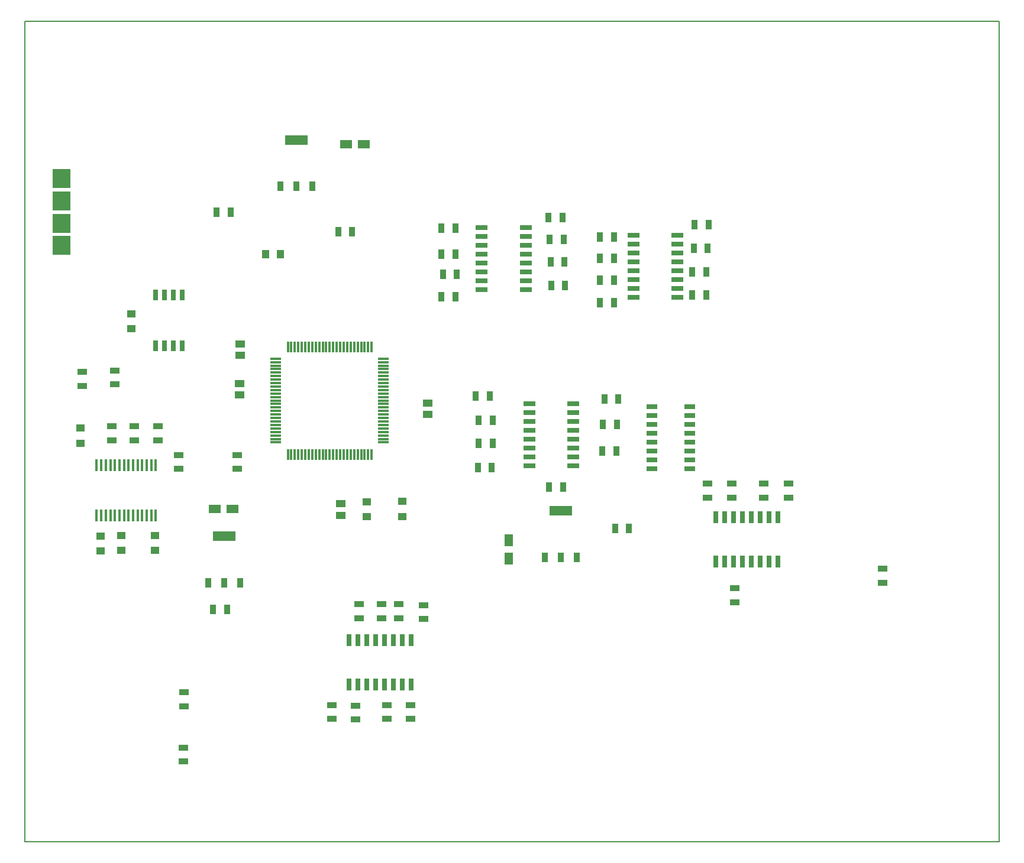
<source format=gbr>
G04 PROTEUS GERBER X2 FILE*
%TF.GenerationSoftware,Labcenter,Proteus,8.9-SP0-Build27865*%
%TF.CreationDate,2020-09-22T21:26:54+00:00*%
%TF.FileFunction,Paste,Top*%
%TF.FilePolarity,Positive*%
%TF.Part,Single*%
%TF.SameCoordinates,{f185f003-b8c0-4bff-ac61-c446508f75ad}*%
%FSLAX45Y45*%
%MOMM*%
G01*
%TA.AperFunction,Material*%
%ADD84R,1.498600X0.304800*%
%ADD85R,0.304800X1.498600*%
%TA.AperFunction,Material*%
%ADD86R,1.470000X1.070000*%
%ADD87R,1.016000X1.270000*%
%ADD88R,1.270000X1.016000*%
%ADD89R,0.939800X1.447800*%
%ADD90R,1.447800X0.939800*%
%TA.AperFunction,Material*%
%ADD91R,0.700000X1.550000*%
%AMPPAD059*
4,1,36,
-0.395000,0.655000,
0.395000,0.655000,
0.409310,0.653610,
0.422550,0.649600,
0.434450,0.643230,
0.444760,0.634760,
0.453230,0.624450,
0.459600,0.612550,
0.463610,0.599310,
0.465000,0.585000,
0.465000,-0.585000,
0.463610,-0.599310,
0.459600,-0.612550,
0.453230,-0.624450,
0.444760,-0.634760,
0.434450,-0.643230,
0.422550,-0.649600,
0.409310,-0.653610,
0.395000,-0.655000,
-0.395000,-0.655000,
-0.409310,-0.653610,
-0.422550,-0.649600,
-0.434450,-0.643230,
-0.444760,-0.634760,
-0.453230,-0.624450,
-0.459600,-0.612550,
-0.463610,-0.599310,
-0.465000,-0.585000,
-0.465000,0.585000,
-0.463610,0.599310,
-0.459600,0.612550,
-0.453230,0.624450,
-0.444760,0.634760,
-0.434450,0.643230,
-0.422550,0.649600,
-0.409310,0.653610,
-0.395000,0.655000,
0*%
%TA.AperFunction,Material*%
%ADD65PPAD059*%
%AMPPAD060*
4,1,36,
-1.520000,0.655000,
1.520000,0.655000,
1.540450,0.653010,
1.559360,0.647290,
1.576360,0.638190,
1.591090,0.626090,
1.603190,0.611360,
1.612280,0.594360,
1.618010,0.575450,
1.620000,0.555000,
1.620000,-0.555000,
1.618010,-0.575450,
1.612280,-0.594360,
1.603190,-0.611360,
1.591090,-0.626090,
1.576360,-0.638190,
1.559360,-0.647290,
1.540450,-0.653010,
1.520000,-0.655000,
-1.520000,-0.655000,
-1.540450,-0.653010,
-1.559360,-0.647290,
-1.576360,-0.638190,
-1.591090,-0.626090,
-1.603190,-0.611360,
-1.612280,-0.594360,
-1.618010,-0.575450,
-1.620000,-0.555000,
-1.620000,0.555000,
-1.618010,0.575450,
-1.612280,0.594360,
-1.603190,0.611360,
-1.591090,0.626090,
-1.576360,0.638190,
-1.559360,0.647290,
-1.540450,0.653010,
-1.520000,0.655000,
0*%
%ADD66PPAD060*%
%TA.AperFunction,Material*%
%ADD92R,1.803400X1.244600*%
%ADD93R,1.244600X1.803400*%
%TA.AperFunction,Material*%
%ADD94R,1.800000X0.650000*%
%ADD95R,1.520000X0.650000*%
%ADD96R,0.650000X1.800000*%
%TA.AperFunction,Material*%
%ADD97R,0.457200X1.752600*%
%TA.AperFunction,Material*%
%ADD98R,2.500000X2.700000*%
%TA.AperFunction,Profile*%
%ADD37C,0.203200*%
%TD.AperFunction*%
D84*
X-6390000Y+4630000D03*
X-6390000Y+4580000D03*
X-6390000Y+4530000D03*
X-6390000Y+4480000D03*
X-6390000Y+4430000D03*
X-6390000Y+4380000D03*
X-6390000Y+4330000D03*
X-6390000Y+4280000D03*
X-6390000Y+4230000D03*
X-6390000Y+4180000D03*
X-6390000Y+4130000D03*
X-6390000Y+4080000D03*
X-6390000Y+4030000D03*
X-6390000Y+3980000D03*
X-6390000Y+3930000D03*
X-6390000Y+3880000D03*
X-6390000Y+3830000D03*
X-6390000Y+3780000D03*
X-6390000Y+3730000D03*
X-6390000Y+3680000D03*
X-6390000Y+3630000D03*
X-6390000Y+3580000D03*
X-6390000Y+3530000D03*
X-6390000Y+3480000D03*
X-6390000Y+3430000D03*
D85*
X-6220000Y+3260000D03*
X-6170000Y+3260000D03*
X-6120000Y+3260000D03*
X-6070000Y+3260000D03*
X-6020000Y+3260000D03*
X-5970000Y+3260000D03*
X-5920000Y+3260000D03*
X-5870000Y+3260000D03*
X-5820000Y+3260000D03*
X-5770000Y+3260000D03*
X-5720000Y+3260000D03*
X-5670000Y+3260000D03*
X-5620000Y+3260000D03*
X-5570000Y+3260000D03*
X-5520000Y+3260000D03*
X-5470000Y+3260000D03*
X-5420000Y+3260000D03*
X-5370000Y+3260000D03*
X-5320000Y+3260000D03*
X-5270000Y+3260000D03*
X-5220000Y+3260000D03*
X-5170000Y+3260000D03*
X-5120000Y+3260000D03*
X-5070000Y+3260000D03*
X-5020000Y+3260000D03*
D84*
X-4850000Y+3430000D03*
X-4850000Y+3480000D03*
X-4850000Y+3530000D03*
X-4850000Y+3580000D03*
X-4850000Y+3630000D03*
X-4850000Y+3680000D03*
X-4850000Y+3730000D03*
X-4850000Y+3780000D03*
X-4850000Y+3830000D03*
X-4850000Y+3880000D03*
X-4850000Y+3930000D03*
X-4850000Y+3980000D03*
X-4850000Y+4030000D03*
X-4850000Y+4080000D03*
X-4850000Y+4130000D03*
X-4850000Y+4180000D03*
X-4850000Y+4230000D03*
X-4850000Y+4280000D03*
X-4850000Y+4330000D03*
X-4850000Y+4380000D03*
X-4850000Y+4430000D03*
X-4850000Y+4480000D03*
X-4850000Y+4530000D03*
X-4850000Y+4580000D03*
X-4850000Y+4630000D03*
D85*
X-5020000Y+4800000D03*
X-5070000Y+4800000D03*
X-5120000Y+4800000D03*
X-5170000Y+4800000D03*
X-5220000Y+4800000D03*
X-5270000Y+4800000D03*
X-5320000Y+4800000D03*
X-5370000Y+4800000D03*
X-5420000Y+4800000D03*
X-5470000Y+4800000D03*
X-5520000Y+4800000D03*
X-5570000Y+4800000D03*
X-5620000Y+4800000D03*
X-5670000Y+4800000D03*
X-5720000Y+4800000D03*
X-5770000Y+4800000D03*
X-5820000Y+4800000D03*
X-5870000Y+4800000D03*
X-5920000Y+4800000D03*
X-5970000Y+4800000D03*
X-6020000Y+4800000D03*
X-6070000Y+4800000D03*
X-6120000Y+4800000D03*
X-6170000Y+4800000D03*
X-6220000Y+4800000D03*
D86*
X-4220000Y+3830000D03*
X-4220000Y+3994000D03*
X-5460000Y+2550000D03*
X-5460000Y+2386000D03*
X-6910000Y+4274000D03*
X-6910000Y+4110000D03*
D87*
X-6540000Y+6130000D03*
X-6326640Y+6130000D03*
D86*
X-6900000Y+4842000D03*
X-6900000Y+4678000D03*
D88*
X-5090000Y+2580000D03*
X-5090000Y+2366640D03*
X-4580000Y+2370000D03*
X-4580000Y+2583360D03*
D89*
X-7040000Y+6730000D03*
X-7240000Y+6730000D03*
D90*
X-6940000Y+3250000D03*
X-6940000Y+3050000D03*
D91*
X-7729500Y+5545000D03*
X-7856500Y+5545000D03*
X-7983500Y+5545000D03*
X-8110500Y+5545000D03*
X-8110500Y+4815000D03*
X-7983500Y+4815000D03*
X-7856500Y+4815000D03*
X-7729500Y+4815000D03*
D65*
X-7359000Y+1416000D03*
X-7130000Y+1416000D03*
X-6901000Y+1416000D03*
D66*
X-7130000Y+2084000D03*
D65*
X-6329000Y+7096000D03*
X-6100000Y+7096000D03*
X-5871000Y+7096000D03*
D66*
X-6100000Y+7764000D03*
D65*
X-2543000Y+1786000D03*
X-2314000Y+1786000D03*
X-2085000Y+1786000D03*
D66*
X-2314000Y+2454000D03*
D92*
X-5390000Y+7700000D03*
X-5130000Y+7700000D03*
D89*
X-5500000Y+6450000D03*
X-5300000Y+6450000D03*
X-7290000Y+1040000D03*
X-7090000Y+1040000D03*
X-1536000Y+2200000D03*
X-1336000Y+2200000D03*
D93*
X-3054000Y+1770000D03*
X-3054000Y+2030000D03*
D94*
X-2765000Y+3984500D03*
X-2765000Y+3857500D03*
X-2765000Y+3730500D03*
X-2765000Y+3603500D03*
X-2765000Y+3476500D03*
X-2765000Y+3349500D03*
X-2765000Y+3222500D03*
X-2765000Y+3095500D03*
X-2135000Y+3095500D03*
X-2135000Y+3222500D03*
X-2135000Y+3349500D03*
X-2135000Y+3476500D03*
X-2135000Y+3603500D03*
X-2135000Y+3730500D03*
X-2135000Y+3857500D03*
X-2135000Y+3984500D03*
D95*
X-1011000Y+3944500D03*
X-1011000Y+3817500D03*
X-1011000Y+3690500D03*
X-1011000Y+3563500D03*
X-1011000Y+3436500D03*
X-1011000Y+3309500D03*
X-1011000Y+3182500D03*
X-1011000Y+3055500D03*
X-469000Y+3055500D03*
X-469000Y+3182500D03*
X-469000Y+3309500D03*
X-469000Y+3436500D03*
X-469000Y+3563500D03*
X-469000Y+3690500D03*
X-469000Y+3817500D03*
X-469000Y+3944500D03*
D89*
X-3500000Y+3070000D03*
X-3300000Y+3070000D03*
X-3530000Y+4090000D03*
X-3330000Y+4090000D03*
X-3490000Y+3750000D03*
X-3290000Y+3750000D03*
X-3490000Y+3420000D03*
X-3290000Y+3420000D03*
X-1490000Y+4050000D03*
X-1690000Y+4050000D03*
X-1510000Y+3690000D03*
X-1710000Y+3690000D03*
X-1520000Y+3310000D03*
X-1720000Y+3310000D03*
X-2280000Y+2790000D03*
X-2480000Y+2790000D03*
D94*
X-2815000Y+5615500D03*
X-2815000Y+5742500D03*
X-2815000Y+5869500D03*
X-2815000Y+5996500D03*
X-2815000Y+6123500D03*
X-2815000Y+6250500D03*
X-2815000Y+6377500D03*
X-2815000Y+6504500D03*
X-3445000Y+6504500D03*
X-3445000Y+6377500D03*
X-3445000Y+6250500D03*
X-3445000Y+6123500D03*
X-3445000Y+5996500D03*
X-3445000Y+5869500D03*
X-3445000Y+5742500D03*
X-3445000Y+5615500D03*
X-645000Y+5505500D03*
X-645000Y+5632500D03*
X-645000Y+5759500D03*
X-645000Y+5886500D03*
X-645000Y+6013500D03*
X-645000Y+6140500D03*
X-645000Y+6267500D03*
X-645000Y+6394500D03*
X-1275000Y+6394500D03*
X-1275000Y+6267500D03*
X-1275000Y+6140500D03*
X-1275000Y+6013500D03*
X-1275000Y+5886500D03*
X-1275000Y+5759500D03*
X-1275000Y+5632500D03*
X-1275000Y+5505500D03*
D89*
X-2250000Y+5680000D03*
X-2450000Y+5680000D03*
X-2260000Y+6020000D03*
X-2460000Y+6020000D03*
X-2270000Y+6340000D03*
X-2470000Y+6340000D03*
X-2290000Y+6650000D03*
X-2490000Y+6650000D03*
X-1750000Y+6370000D03*
X-1550000Y+6370000D03*
X-1750000Y+5430000D03*
X-1550000Y+5430000D03*
X-1750000Y+5750000D03*
X-1550000Y+5750000D03*
X-1750000Y+6070000D03*
X-1550000Y+6070000D03*
X-230000Y+5540000D03*
X-430000Y+5540000D03*
X-230000Y+5870000D03*
X-430000Y+5870000D03*
X-210000Y+6210000D03*
X-410000Y+6210000D03*
X-200000Y+6550000D03*
X-400000Y+6550000D03*
X-4020000Y+5520000D03*
X-3820000Y+5520000D03*
X-4020000Y+6130000D03*
X-3820000Y+6130000D03*
X-4020000Y+6500000D03*
X-3820000Y+6500000D03*
X-4000000Y+5840000D03*
X-3800000Y+5840000D03*
D96*
X-94500Y+1725000D03*
X+32500Y+1725000D03*
X+159500Y+1725000D03*
X+286500Y+1725000D03*
X+413500Y+1725000D03*
X+540500Y+1725000D03*
X+667500Y+1725000D03*
X+794500Y+1725000D03*
X+794500Y+2355000D03*
X+667500Y+2355000D03*
X+540500Y+2355000D03*
X+413500Y+2355000D03*
X+286500Y+2355000D03*
X+159500Y+2355000D03*
X+32500Y+2355000D03*
X-94500Y+2355000D03*
X-4455500Y+595000D03*
X-4582500Y+595000D03*
X-4709500Y+595000D03*
X-4836500Y+595000D03*
X-4963500Y+595000D03*
X-5090500Y+595000D03*
X-5217500Y+595000D03*
X-5344500Y+595000D03*
X-5344500Y-35000D03*
X-5217500Y-35000D03*
X-5090500Y-35000D03*
X-4963500Y-35000D03*
X-4836500Y-35000D03*
X-4709500Y-35000D03*
X-4582500Y-35000D03*
X-4455500Y-35000D03*
D97*
X-8110000Y+3100000D03*
X-8175000Y+3100000D03*
X-8240000Y+3100000D03*
X-8305000Y+3100000D03*
X-8370000Y+3100000D03*
X-8435000Y+3100000D03*
X-8500000Y+3100000D03*
X-8565000Y+3100000D03*
X-8630000Y+3100000D03*
X-8695000Y+3100000D03*
X-8760000Y+3100000D03*
X-8825000Y+3100000D03*
X-8890000Y+3100000D03*
X-8955000Y+3100000D03*
X-8955000Y+2380000D03*
X-8890000Y+2380000D03*
X-8825000Y+2380000D03*
X-8760000Y+2380000D03*
X-8695000Y+2380000D03*
X-8630000Y+2380000D03*
X-8565000Y+2380000D03*
X-8500000Y+2380000D03*
X-8435000Y+2380000D03*
X-8370000Y+2380000D03*
X-8305000Y+2380000D03*
X-8240000Y+2380000D03*
X-8175000Y+2380000D03*
X-8110000Y+2380000D03*
D90*
X+2290000Y+1620000D03*
X+2290000Y+1420000D03*
X-4630000Y+1110000D03*
X-4630000Y+910000D03*
X-4460000Y-530000D03*
X-4460000Y-330000D03*
X-4800000Y-530000D03*
X-4800000Y-330000D03*
X-5590000Y-330000D03*
X-5590000Y-530000D03*
X-5250000Y-340000D03*
X-5250000Y-540000D03*
X-4880000Y+910000D03*
X-4880000Y+1110000D03*
X-5200000Y+910000D03*
X-5200000Y+1110000D03*
X-8420000Y+3460000D03*
X-8420000Y+3660000D03*
X-8740000Y+3460000D03*
X-8740000Y+3660000D03*
X-7780000Y+3250000D03*
X-7780000Y+3050000D03*
D88*
X-8120000Y+1886640D03*
X-8120000Y+2100000D03*
X-8600000Y+2100000D03*
X-8600000Y+1886640D03*
D90*
X-8700000Y+4460000D03*
X-8700000Y+4260000D03*
X-9160000Y+4440000D03*
X-9160000Y+4240000D03*
X+180000Y+1140000D03*
X+180000Y+1340000D03*
X-210000Y+2840000D03*
X-210000Y+2640000D03*
X+130000Y+2840000D03*
X+130000Y+2640000D03*
X+950000Y+2640000D03*
X+950000Y+2840000D03*
X+590000Y+2640000D03*
X+590000Y+2840000D03*
D88*
X-8460000Y+5060000D03*
X-8460000Y+5273360D03*
D90*
X-7708148Y-150709D03*
X-7708148Y-350709D03*
X-7718148Y-940709D03*
X-7718148Y-1140709D03*
D92*
X-7270000Y+2480000D03*
X-7010000Y+2480000D03*
D90*
X-8080000Y+3460000D03*
X-8080000Y+3660000D03*
X-4280000Y+1100000D03*
X-4280000Y+900000D03*
D88*
X-8900000Y+2090000D03*
X-8900000Y+1876640D03*
X-9190000Y+3633360D03*
X-9190000Y+3420000D03*
D98*
X-9460000Y+7210000D03*
X-9460000Y+6890000D03*
X-9460000Y+6570000D03*
X-9460000Y+6250000D03*
D37*
X-9980000Y-2290000D02*
X+3960000Y-2290000D01*
X+3960000Y+9460000D01*
X-9980000Y+9460000D01*
X-9980000Y-2290000D01*
M02*

</source>
